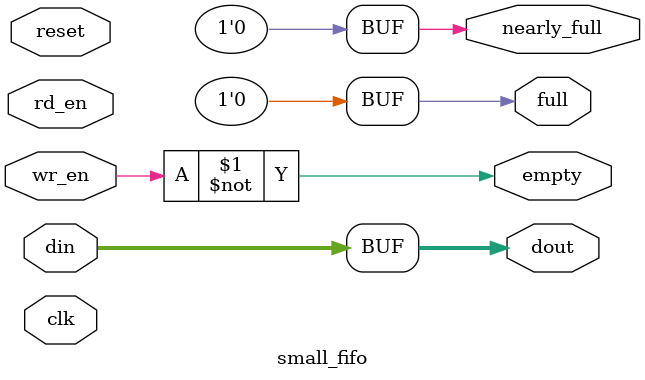
<source format=v>
`timescale 1ns/1ps

  module small_fifo
    #(parameter WIDTH = 72,
      parameter MAX_DEPTH_BITS = 3,
      parameter NEARLY_FULL = 2**MAX_DEPTH_BITS - 1)
    (
		   
     input [WIDTH-1:0] din,     // Data in
     input          wr_en,   // Write enable
     
     input          rd_en,   // Read the next word 
     
     output reg [WIDTH-1:0]  dout,    // Data out
     output         full,
     output         nearly_full,
     output         empty,
     
     input          reset,
     input          clk
     );

  

   assign dout        = din;
   assign empty       = ~wr_en;
   assign full        = 1'b0;
   assign nearly_full = 1'b0;



endmodule // small_fifo


/* vim:set shiftwidth=3 softtabstop=3 expandtab: */

</source>
